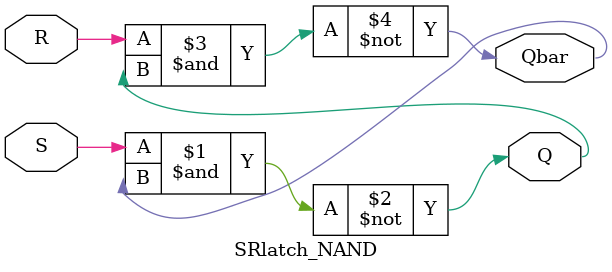
<source format=v>
`timescale 1ns / 1ps

module SRlatch_NAND(
  input S, R,
  output Q, Qbar
);
  assign Q    = ~(S & Qbar);
  assign Qbar = ~(R & Q);
endmodule

</source>
